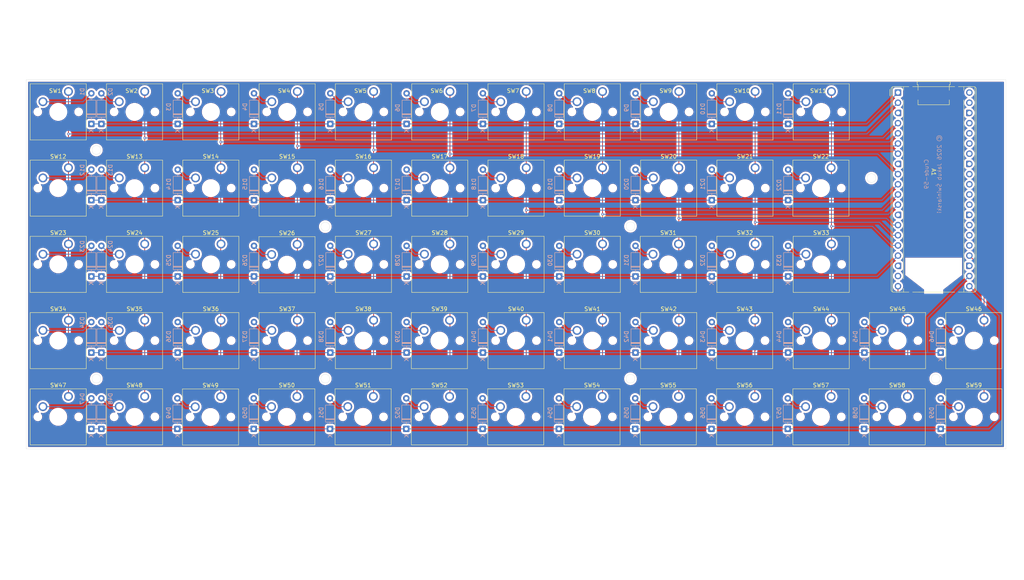
<source format=kicad_pcb>
(kicad_pcb (version 20241229) (generator "pcbnew") (generator_version "9.0")
  (layers (0 "F.Cu" signal) (2 "B.Cu" signal) (13 "F.Paste" user) (15 "B.Paste" user) (5 "F.SilkS" user "F.Silkscreen") (7 "B.SilkS" user "B.Silkscreen") (1 "F.Mask" user) (3 "B.Mask" user) (25 "Edge.Cuts" user))
  (net 0 "")
  (net 2 "ROW3")
  (net 3 "COL4")
  (net 4 "COL12")
  (net 5 "COL2")
  (net 6 "COL7")
  (net 8 "ROW2")
  (net 10 "COL8")
  (net 15 "ROW1")
  (net 16 "ROW4")
  (net 19 "COL0")
  (net 22 "COL3")
  (net 24 "COL11")
  (net 26 "ROW0")
  (net 27 "COL10")
  (net 29 "unconnected-(A1-GPIO14-Pad19)")
  (net 32 "COL9")
  (net 35 "COL6")
  (net 36 "COL1")
  (net 39 "COL5")
  (net 40 "Net-(D1-A)")
  (net 41 "Net-(D2-A)")
  (net 42 "Net-(D3-A)")
  (net 43 "Net-(D4-A)")
  (net 44 "Net-(D5-A)")
  (net 45 "Net-(D6-A)")
  (net 46 "Net-(D7-A)")
  (net 47 "Net-(D8-A)")
  (net 48 "Net-(D9-A)")
  (net 49 "Net-(D10-A)")
  (net 50 "Net-(D11-A)")
  (net 51 "Net-(D12-A)")
  (net 52 "Net-(D13-A)")
  (net 53 "Net-(D14-A)")
  (net 54 "Net-(D15-A)")
  (net 55 "Net-(D16-A)")
  (net 56 "Net-(D17-A)")
  (net 57 "Net-(D18-A)")
  (net 58 "Net-(D19-A)")
  (net 59 "Net-(D20-A)")
  (net 60 "Net-(D21-A)")
  (net 61 "Net-(D22-A)")
  (net 62 "Net-(D23-A)")
  (net 63 "Net-(D24-A)")
  (net 64 "Net-(D25-A)")
  (net 65 "Net-(D26-A)")
  (net 66 "Net-(D27-A)")
  (net 67 "Net-(D28-A)")
  (net 68 "Net-(D29-A)")
  (net 69 "Net-(D30-A)")
  (net 70 "Net-(D31-A)")
  (net 71 "Net-(D32-A)")
  (net 72 "Net-(D33-A)")
  (net 73 "Net-(D34-A)")
  (net 74 "Net-(D35-A)")
  (net 75 "Net-(D36-A)")
  (net 76 "Net-(D37-A)")
  (net 77 "Net-(D38-A)")
  (net 78 "Net-(D39-A)")
  (net 79 "Net-(D40-A)")
  (net 80 "Net-(D41-A)")
  (net 81 "Net-(D42-A)")
  (net 82 "Net-(D43-A)")
  (net 83 "Net-(D44-A)")
  (net 84 "Net-(D45-A)")
  (net 85 "Net-(D46-A)")
  (net 86 "Net-(D47-A)")
  (net 87 "Net-(D48-A)")
  (net 88 "Net-(D49-A)")
  (net 89 "Net-(D50-A)")
  (net 90 "Net-(D51-A)")
  (net 91 "Net-(D52-A)")
  (net 92 "Net-(D53-A)")
  (net 93 "Net-(D54-A)")
  (net 94 "Net-(D55-A)")
  (net 95 "Net-(D56-A)")
  (net 96 "Net-(D57-A)")
  (net 97 "Net-(D58-A)")
  (net 98 "Net-(D59-A)")
  (footprint "Button_Switch_Keyboard:SW_Cherry_MX_1.00u_PCB" (layer "F.Cu") (at 42.04 130.42)
    (property "Reference" "SW47")
    (property "Value" "SW_MX")
  )
  (footprint "Button_Switch_Keyboard:SW_Cherry_MX_1.00u_PCB" (layer "F.Cu") (at 136.96 111.42)
    (property "Reference" "SW39")
    (property "Value" "SW_MX")
  )
  (footprint "Button_Switch_Keyboard:SW_Cherry_MX_1.00u_PCB" (layer "F.Cu") (at 156.04 92.42)
    (property "Reference" "SW29")
    (property "Value" "SW_MX")
  )
  (footprint "Module:RaspberryPi_Pico_Common_THT" (layer "F.Cu") (at 248.61 54.6825)
    (property "Reference" "A1")
    (property "Value" "RaspberryPi_Pico")
  )
  (footprint "Button_Switch_Keyboard:SW_Cherry_MX_1.00u_PCB" (layer "F.Cu") (at 270.04 111.42)
    (property "Reference" "SW46")
    (property "Value" "SW_MX")
  )
  (footprint "Button_Switch_Keyboard:SW_Cherry_MX_1.00u_PCB" (layer "F.Cu") (at 250.96 130.42)
    (property "Reference" "SW58")
    (property "Value" "SW_MX")
  )
  (footprint "Button_Switch_Keyboard:SW_Cherry_MX_1.00u_PCB" (layer "F.Cu") (at 232.04 54.42)
    (property "Reference" "SW11")
    (property "Value" "SW_MX")
  )
  (footprint "Button_Switch_Keyboard:SW_Cherry_MX_1.00u_PCB" (layer "F.Cu") (at 212.96 111.42)
    (property "Reference" "SW43")
    (property "Value" "SW_MX")
  )
  (footprint "Button_Switch_Keyboard:SW_Cherry_MX_1.00u_PCB" (layer "F.Cu") (at 99 92.5)
    (property "Reference" "SW26")
    (property "Value" "SW_MX")
  )
  (footprint "Button_Switch_Keyboard:SW_Cherry_MX_1.00u_PCB" (layer "F.Cu") (at 80.04 92.42)
    (property "Reference" "SW25")
    (property "Value" "SW_MX")
  )
  (footprint "Button_Switch_Keyboard:SW_Cherry_MX_1.00u_PCB" (layer "F.Cu") (at 61.04 92.42)
    (property "Reference" "SW24")
    (property "Value" "SW_MX")
  )
  (footprint "Button_Switch_Keyboard:SW_Cherry_MX_1.00u_PCB" (layer "F.Cu") (at 232.04 92.42)
    (property "Reference" "SW33")
    (property "Value" "SW_MX")
  )
  (footprint "Button_Switch_Keyboard:SW_Cherry_MX_1.00u_PCB" (layer "F.Cu") (at 99.04 111.42)
    (property "Reference" "SW37")
    (property "Value" "SW_MX")
  )
  (footprint "Button_Switch_Keyboard:SW_Cherry_MX_1.00u_PCB" (layer "F.Cu") (at 80.04 73.42)
    (property "Reference" "SW14")
    (property "Value" "SW_MX")
  )
  (footprint "Button_Switch_Keyboard:SW_Cherry_MX_1.00u_PCB" (layer "F.Cu") (at 193.96 92.42)
    (property "Reference" "SW31")
    (property "Value" "SW_MX")
  )
  (footprint "Button_Switch_Keyboard:SW_Cherry_MX_1.00u_PCB" (layer "F.Cu") (at 42.04 111.42)
    (property "Reference" "SW34")
    (property "Value" "SW_MX")
  )
  (footprint "Button_Switch_Keyboard:SW_Cherry_MX_1.00u_PCB" (layer "F.Cu") (at 194.04 111.42)
    (property "Reference" "SW42")
    (property "Value" "SW_MX")
  )
  (footprint "Button_Switch_Keyboard:SW_Cherry_MX_1.00u_PCB" (layer "F.Cu") (at 213.04 92.42)
    (property "Reference" "SW32")
    (property "Value" "SW_MX")
  )
  (footprint "Button_Switch_Keyboard:SW_Cherry_MX_1.00u_PCB" (layer "F.Cu") (at 156.04 111.42)
    (property "Reference" "SW40")
    (property "Value" "SW_MX")
  )
  (footprint "Button_Switch_Keyboard:SW_Cherry_MX_1.00u_PCB" (layer "F.Cu") (at 99.04 54.42)
    (property "Reference" "SW4")
    (property "Value" "SW_MX")
  )
  (footprint "Button_Switch_Keyboard:SW_Cherry_MX_1.00u_PCB" (layer "F.Cu") (at 136.96 130.42)
    (property "Reference" "SW52")
    (property "Value" "SW_MX")
  )
  (footprint "Button_Switch_Keyboard:SW_Cherry_MX_1.00u_PCB" (layer "F.Cu") (at 118.04 92.42)
    (property "Reference" "SW27")
    (property "Value" "SW_MX")
  )
  (footprint "Button_Switch_Keyboard:SW_Cherry_MX_1.00u_PCB" (layer "F.Cu") (at 118.04 111.42)
    (property "Reference" "SW38")
    (property "Value" "SW_MX")
  )
  (footprint "Button_Switch_Keyboard:SW_Cherry_MX_1.00u_PCB" (layer "F.Cu") (at 80.04 111.42)
    (property "Reference" "SW36")
    (property "Value" "SW_MX")
  )
  (footprint "Button_Switch_Keyboard:SW_Cherry_MX_1.00u_PCB" (layer "F.Cu") (at 118.04 73.42)
    (property "Reference" "SW16")
    (property "Value" "SW_MX")
  )
  (footprint "Button_Switch_Keyboard:SW_Cherry_MX_1.00u_PCB" (layer "F.Cu") (at 194.04 73.42)
    (property "Reference" "SW20")
    (property "Value" "SW_MX")
  )
  (footprint "Button_Switch_Keyboard:SW_Cherry_MX_1.00u_PCB" (layer "F.Cu") (at 61.04 130.42)
    (property "Reference" "SW48")
    (property "Value" "SW_MX")
  )
  (footprint "Button_Switch_Keyboard:SW_Cherry_MX_1.00u_PCB" (layer "F.Cu") (at 80.04 54.42)
    (property "Reference" "SW3")
    (property "Value" "SW_MX")
  )
  (footprint "Button_Switch_Keyboard:SW_Cherry_MX_1.00u_PCB" (layer "F.Cu") (at 213.04 54.42)
    (property "Reference" "SW10")
    (property "Value" "SW_MX")
  )
  (footprint "Button_Switch_Keyboard:SW_Cherry_MX_1.00u_PCB" (layer "F.Cu") (at 42.04 73.42)
    (property "Reference" "SW12")
    (property "Value" "SW_MX")
  )
  (footprint "Button_Switch_Keyboard:SW_Cherry_MX_1.00u_PCB" (layer "F.Cu") (at 194.04 54.42)
    (property "Reference" "SW9")
    (property "Value" "SW_MX")
  )
  (footprint "Button_Switch_Keyboard:SW_Cherry_MX_1.00u_PCB" (layer "F.Cu") (at 137.04 92.42)
    (property "Reference" "SW28")
    (property "Value" "SW_MX")
  )
  (footprint "Button_Switch_Keyboard:SW_Cherry_MX_1.00u_PCB" (layer "F.Cu") (at 155.96 130.42)
    (property "Reference" "SW53")
    (property "Value" "SW_MX")
  )
  (footprint "Button_Switch_Keyboard:SW_Cherry_MX_1.00u_PCB" (layer "F.Cu") (at 137.04 73.42)
    (property "Reference" "SW17")
    (property "Value" "SW_MX")
  )
  (footprint "Button_Switch_Keyboard:SW_Cherry_MX_1.00u_PCB" (layer "F.Cu") (at 175.04 54.42)
    (property "Reference" "SW8")
    (property "Value" "SW_MX")
  )
  (footprint "Button_Switch_Keyboard:SW_Cherry_MX_1.00u_PCB" (layer "F.Cu") (at 175.04 73.42)
    (property "Reference" "SW19")
    (property "Value" "SW_MX")
  )
  (footprint "Button_Switch_Keyboard:SW_Cherry_MX_1.00u_PCB" (layer "F.Cu") (at 231.96 73.42)
    (property "Reference" "SW22")
    (property "Value" "SW_MX")
  )
  (footprint "Button_Switch_Keyboard:SW_Cherry_MX_1.00u_PCB" (layer "F.Cu") (at 42.04 92.42)
    (property "Reference" "SW23")
    (property "Value" "SW_MX")
  )
  (footprint "Button_Switch_Keyboard:SW_Cherry_MX_1.00u_PCB" (layer "F.Cu") (at 231.96 130.42)
    (property "Reference" "SW57")
    (property "Value" "SW_MX")
  )
  (footprint "Button_Switch_Keyboard:SW_Cherry_MX_1.00u_PCB" (layer "F.Cu") (at 212.96 130.42)
    (property "Reference" "SW56")
    (property "Value" "SW_MX")
  )
  (footprint "Button_Switch_Keyboard:SW_Cherry_MX_1.00u_PCB" (layer "F.Cu") (at 79.96 130.46)
    (property "Reference" "SW49")
    (property "Value" "SW_MX")
  )
  (footprint "Button_Switch_Keyboard:SW_Cherry_MX_1.00u_PCB" (layer "F.Cu") (at 61.04 73.42)
    (property "Reference" "SW13")
    (property "Value" "SW_MX")
  )
  (footprint "Button_Switch_Keyboard:SW_Cherry_MX_1.00u_PCB" (layer "F.Cu") (at 42.04 54.42)
    (property "Reference" "SW1")
    (property "Value" "SW_MX")
  )
  (footprint "Button_Switch_Keyboard:SW_Cherry_MX_1.00u_PCB" (layer "F.Cu") (at 61.04 54.42)
    (property "Reference" "SW2")
    (property "Value" "SW_MX")
  )
  (footprint "Button_Switch_Keyboard:SW_Cherry_MX_1.00u_PCB" (layer "F.Cu") (at 156.04 54.42)
    (property "Reference" "SW7")
    (property "Value" "SW_MX")
  )
  (footprint "Button_Switch_Keyboard:SW_Cherry_MX_1.00u_PCB" (layer "F.Cu") (at 175.04 111.42)
    (property "Reference" "SW41")
    (property "Value" "SW_MX")
  )
  (footprint "Button_Switch_Keyboard:SW_Cherry_MX_1.00u_PCB" (layer "F.Cu") (at 251.04 111.42)
    (property "Reference" "SW45")
    (property "Value" "SW_MX")
  )
  (footprint "Button_Switch_Keyboard:SW_Cherry_MX_1.00u_PCB" (layer "F.Cu") (at 98.96 130.42)
    (property "Reference" "SW50")
    (property "Value" "SW_MX")
  )
  (footprint "Button_Switch_Keyboard:SW_Cherry_MX_1.00u_PCB" (layer "F.Cu") (at 118.04 54.42)
    (property "Reference" "SW5")
    (property "Value" "SW_MX")
  )
  (footprint "Button_Switch_Keyboard:SW_Cherry_MX_1.00u_PCB" (layer "F.Cu") (at 156.04 73.42)
    (property "Reference" "SW18")
    (property "Value" "SW_MX")
  )
  (footprint "Button_Switch_Keyboard:SW_Cherry_MX_1.00u_PCB" (layer "F.Cu") (at 193.96 130.42)
    (property "Reference" "SW55")
    (property "Value" "SW_MX")
  )
  (footprint "Button_Switch_Keyboard:SW_Cherry_MX_1.00u_PCB" (layer "F.Cu") (at 61.04 111.42)
    (property "Reference" "SW35")
    (property "Value" "SW_MX")
  )
  (footprint "Button_Switch_Keyboard:SW_Cherry_MX_1.00u_PCB" (layer "F.Cu") (at 175.04 92.42)
    (property "Reference" "SW30")
    (property "Value" "SW_MX")
  )
  (footprint "Button_Switch_Keyboard:SW_Cherry_MX_1.00u_PCB" (layer "F.Cu") (at 99.04 73.42)
    (property "Reference" "SW15")
    (property "Value" "SW_MX")
  )
  (footprint "Button_Switch_Keyboard:SW_Cherry_MX_1.00u_PCB" (layer "F.Cu") (at 232.04 111.42)
    (property "Reference" "SW44")
    (property "Value" "SW_MX")
  )
  (footprint "Button_Switch_Keyboard:SW_Cherry_MX_1.00u_PCB" (layer "F.Cu") (at 117.96 130.42)
    (property "Reference" "SW51")
    (property "Value" "SW_MX")
  )
  (footprint "Button_Switch_Keyboard:SW_Cherry_MX_1.00u_PCB" (layer "F.Cu") (at 213.04 73.42)
    (property "Reference" "SW21")
    (property "Value" "SW_MX")
  )
  (footprint "Button_Switch_Keyboard:SW_Cherry_MX_1.00u_PCB" (layer "F.Cu") (at 174.96 130.42)
    (property "Reference" "SW54")
    (property "Value" "SW_MX")
  )
  (footprint "Button_Switch_Keyboard:SW_Cherry_MX_1.00u_PCB" (layer "F.Cu") (at 137.04 54.42)
    (property "Reference" "SW6")
    (property "Value" "SW_MX")
  )
  (footprint "Button_Switch_Keyboard:SW_Cherry_MX_1.00u_PCB" (layer "F.Cu") (at 270.04 130.42)
    (property "Reference" "SW59")
    (property "Value" "SW_MX")
  )
  (footprint "Diode_THT:D_DO-35_SOD27_P7.62mm_Horizontal" (layer "B.Cu") (at 47.75 62.5 90)
    (property "Reference" "D1")
    (property "Value" "D")
  )
  (footprint "Diode_THT:D_DO-35_SOD27_P7.62mm_Horizontal" (layer "B.Cu") (at 107.25 62.5 90)
    (property "Reference" "D5")
    (property "Value" "D")
  )
  (footprint "Diode_THT:D_DO-35_SOD27_P7.62mm_Horizontal" (layer "B.Cu") (at 240.25 119.5 90)
    (property "Reference" "D45")
    (property "Value" "D")
  )
  (footprint "Diode_THT:D_DO-35_SOD27_P7.62mm_Horizontal" (layer "B.Cu") (at 183.25 119.5 90)
    (property "Reference" "D42")
    (property "Value" "D")
  )
  (footprint "Diode_THT:D_DO-35_SOD27_P7.62mm_Horizontal" (layer "B.Cu") (at 259.25 119.5 90)
    (property "Reference" "D46")
    (property "Value" "D")
  )
  (footprint "Diode_THT:D_DO-35_SOD27_P7.62mm_Horizontal" (layer "B.Cu") (at 107.25 100.5 90)
    (property "Reference" "D27")
    (property "Value" "D")
  )
  (footprint "Diode_THT:D_DO-35_SOD27_P7.62mm_Horizontal" (layer "B.Cu") (at 164.25 119.5 90)
    (property "Reference" "D41")
    (property "Value" "D")
  )
  (footprint "Diode_THT:D_DO-35_SOD27_P7.62mm_Horizontal" (layer "B.Cu") (at 164.25 81.5 90)
    (property "Reference" "D19")
    (property "Value" "D")
  )
  (footprint "Diode_THT:D_DO-35_SOD27_P7.62mm_Horizontal" (layer "B.Cu") (at 69.25 62.5 90)
    (property "Reference" "D3")
    (property "Value" "D")
  )
  (footprint "Diode_THT:D_DO-35_SOD27_P7.62mm_Horizontal" (layer "B.Cu") (at 183.25 62.5 90)
    (property "Reference" "D9")
    (property "Value" "D")
  )
  (footprint "Diode_THT:D_DO-35_SOD27_P7.62mm_Horizontal" (layer "B.Cu") (at 126.25 119.5 90)
    (property "Reference" "D39")
    (property "Value" "D")
  )
  (footprint "Diode_THT:D_DO-35_SOD27_P7.62mm_Horizontal" (layer "B.Cu") (at 221.25 62.5 90)
    (property "Reference" "D11")
    (property "Value" "D")
  )
  (footprint "Diode_THT:D_DO-35_SOD27_P7.62mm_Horizontal" (layer "B.Cu") (at 88.25 119.5 90)
    (property "Reference" "D37")
    (property "Value" "D")
  )
  (footprint "Diode_THT:D_DO-35_SOD27_P7.62mm_Horizontal" (layer "B.Cu") (at 47.75 100.5 90)
    (property "Reference" "D23")
    (property "Value" "D")
  )
  (footprint "Diode_THT:D_DO-35_SOD27_P7.62mm_Horizontal" (layer "B.Cu") (at 126.25 62.5 90)
    (property "Reference" "D6")
    (property "Value" "D")
  )
  (footprint "Diode_THT:D_DO-35_SOD27_P7.62mm_Horizontal" (layer "B.Cu") (at 69.25 119.5 90)
    (property "Reference" "D36")
    (property "Value" "D")
  )
  (footprint "Diode_THT:D_DO-35_SOD27_P7.62mm_Horizontal" (layer "B.Cu") (at 107.25 81.5 90)
    (property "Reference" "D16")
    (property "Value" "D")
  )
  (footprint "Diode_THT:D_DO-35_SOD27_P7.62mm_Horizontal" (layer "B.Cu") (at 47.75 138.5 90)
    (property "Reference" "D47")
    (property "Value" "D")
  )
  (footprint "Diode_THT:D_DO-35_SOD27_P7.62mm_Horizontal" (layer "B.Cu") (at 145.25 100.5 90)
    (property "Reference" "D29")
    (property "Value" "D")
  )
  (footprint "Diode_THT:D_DO-35_SOD27_P7.62mm_Horizontal" (layer "B.Cu") (at 221.25 81.5 90)
    (property "Reference" "D22")
    (property "Value" "D")
  )
  (footprint "Diode_THT:D_DO-35_SOD27_P7.62mm_Horizontal" (layer "B.Cu") (at 183.25 81.5 90)
    (property "Reference" "D20")
    (property "Value" "D")
  )
  (footprint "Diode_THT:D_DO-35_SOD27_P7.62mm_Horizontal" (layer "B.Cu") (at 47.75 81.5 90)
    (property "Reference" "D12")
    (property "Value" "D")
  )
  (footprint "Diode_THT:D_DO-35_SOD27_P7.62mm_Horizontal" (layer "B.Cu") (at 50.25 100.5 90)
    (property "Reference" "D24")
    (property "Value" "D")
  )
  (footprint "Diode_THT:D_DO-35_SOD27_P7.62mm_Horizontal" (layer "B.Cu") (at 145.25 62.5 90)
    (property "Reference" "D7")
    (property "Value" "D")
  )
  (footprint "Diode_THT:D_DO-35_SOD27_P7.62mm_Horizontal" (layer "B.Cu") (at 145.25 81.5 90)
    (property "Reference" "D18")
    (property "Value" "D")
  )
  (footprint "Diode_THT:D_DO-35_SOD27_P7.62mm_Horizontal" (layer "B.Cu") (at 88.25 100.5 90)
    (property "Reference" "D26")
    (property "Value" "D")
  )
  (footprint "Diode_THT:D_DO-35_SOD27_P7.62mm_Horizontal" (layer "B.Cu") (at 164.17 138.5 90)
    (property "Reference" "D54")
    (property "Value" "D")
  )
  (footprint "Diode_THT:D_DO-35_SOD27_P7.62mm_Horizontal" (layer "B.Cu") (at 259.25 138.5 90)
    (property "Reference" "D59")
    (property "Value" "D")
  )
  (footprint "Diode_THT:D_DO-35_SOD27_P7.62mm_Horizontal" (layer "B.Cu") (at 183.25 100.5 90)
    (property "Reference" "D31")
    (property "Value" "D")
  )
  (footprint "Diode_THT:D_DO-35_SOD27_P7.62mm_Horizontal" (layer "B.Cu") (at 164.25 62.5 90)
    (property "Reference" "D8")
    (property "Value" "D")
  )
  (footprint "Diode_THT:D_DO-35_SOD27_P7.62mm_Horizontal" (layer "B.Cu") (at 126.25 100.5 90)
    (property "Reference" "D28")
    (property "Value" "D")
  )
  (footprint "Diode_THT:D_DO-35_SOD27_P7.62mm_Horizontal" (layer "B.Cu") (at 50.25 138.5 90)
    (property "Reference" "D48")
    (property "Value" "D")
  )
  (footprint "Diode_THT:D_DO-35_SOD27_P7.62mm_Horizontal" (layer "B.Cu") (at 126.25 81.5 90)
    (property "Reference" "D17")
    (property "Value" "D")
  )
  (footprint "Diode_THT:D_DO-35_SOD27_P7.62mm_Horizontal" (layer "B.Cu") (at 202.25 119.5 90)
    (property "Reference" "D43")
    (property "Value" "D")
  )
  (footprint "Diode_THT:D_DO-35_SOD27_P7.62mm_Horizontal" (layer "B.Cu") (at 50.25 62.5 90)
    (property "Reference" "D2")
    (property "Value" "D")
  )
  (footprint "Diode_THT:D_DO-35_SOD27_P7.62mm_Horizontal" (layer "B.Cu") (at 88.25 81.5 90)
    (property "Reference" "D15")
    (property "Value" "D")
  )
  (footprint "Diode_THT:D_DO-35_SOD27_P7.62mm_Horizontal" (layer "B.Cu") (at 47.75 119.5 90)
    (property "Reference" "D34")
    (property "Value" "D")
  )
  (footprint "Diode_THT:D_DO-35_SOD27_P7.62mm_Horizontal" (layer "B.Cu") (at 50.25 119.5 90)
    (property "Reference" "D35")
    (property "Value" "D")
  )
  (footprint "Diode_THT:D_DO-35_SOD27_P7.62mm_Horizontal" (layer "B.Cu") (at 183.17 138.5 90)
    (property "Reference" "D55")
    (property "Value" "D")
  )
  (footprint "Diode_THT:D_DO-35_SOD27_P7.62mm_Horizontal" (layer "B.Cu") (at 240.17 138.5 90)
    (property "Reference" "D58")
    (property "Value" "D")
  )
  (footprint "Diode_THT:D_DO-35_SOD27_P7.62mm_Horizontal" (layer "B.Cu") (at 202.25 100.5 90)
    (property "Reference" "D32")
    (property "Value" "D")
  )
  (footprint "Diode_THT:D_DO-35_SOD27_P7.62mm_Horizontal" (layer "B.Cu") (at 145.25 119.5 90)
    (property "Reference" "D40")
    (property "Value" "D")
  )
  (footprint "Diode_THT:D_DO-35_SOD27_P7.62mm_Horizontal" (layer "B.Cu") (at 126.17 138.5 90)
    (property "Reference" "D52")
    (property "Value" "D")
  )
  (footprint "Diode_THT:D_DO-35_SOD27_P7.62mm_Horizontal" (layer "B.Cu") (at 221.17 138.5 90)
    (property "Reference" "D57")
    (property "Value" "D")
  )
  (footprint "Diode_THT:D_DO-35_SOD27_P7.62mm_Horizontal" (layer "B.Cu") (at 107.17 138.5 90)
    (property "Reference" "D51")
    (property "Value" "D")
  )
  (footprint "Diode_THT:D_DO-35_SOD27_P7.62mm_Horizontal" (layer "B.Cu") (at 164.25 100.5 90)
    (property "Reference" "D30")
    (property "Value" "D")
  )
  (footprint "Diode_THT:D_DO-35_SOD27_P7.62mm_Horizontal" (layer "B.Cu") (at 69.25 100.5 90)
    (property "Reference" "D25")
    (property "Value" "D")
  )
  (footprint "Diode_THT:D_DO-35_SOD27_P7.62mm_Horizontal" (layer "B.Cu") (at 202.25 62.5 90)
    (property "Reference" "D10")
    (property "Value" "D")
  )
  (footprint "Diode_THT:D_DO-35_SOD27_P7.62mm_Horizontal" (layer "B.Cu") (at 221.25 119.5 90)
    (property "Reference" "D44")
    (property "Value" "D")
  )
  (footprint "Diode_THT:D_DO-35_SOD27_P7.62mm_Horizontal" (layer "B.Cu") (at 69.25 81.5 90)
    (property "Reference" "D14")
    (property "Value" "D")
  )
  (footprint "Diode_THT:D_DO-35_SOD27_P7.62mm_Horizontal" (layer "B.Cu") (at 145.17 138.5 90)
    (property "Reference" "D53")
    (property "Value" "D")
  )
  (footprint "Diode_THT:D_DO-35_SOD27_P7.62mm_Horizontal" (layer "B.Cu") (at 221.25 100.5 90)
    (property "Reference" "D33")
    (property "Value" "D")
  )
  (footprint "Diode_THT:D_DO-35_SOD27_P7.62mm_Horizontal" (layer "B.Cu") (at 88.17 138.5 90)
    (property "Reference" "D50")
    (property "Value" "D")
  )
  (footprint "Diode_THT:D_DO-35_SOD27_P7.62mm_Horizontal" (layer "B.Cu") (at 50.25 81.5 90)
    (property "Reference" "D13")
    (property "Value" "D")
  )
  (footprint "Diode_THT:D_DO-35_SOD27_P7.62mm_Horizontal" (layer "B.Cu") (at 69.17 138.5 90)
    (property "Reference" "D49")
    (property "Value" "D")
  )
  (footprint "Diode_THT:D_DO-35_SOD27_P7.62mm_Horizontal" (layer "B.Cu") (at 202.17 138.5 90)
    (property "Reference" "D56")
    (property "Value" "D")
  )
  (footprint "Diode_THT:D_DO-35_SOD27_P7.62mm_Horizontal" (layer "B.Cu") (at 88.25 62.5 90)
    (property "Reference" "D4")
    (property "Value" "D")
  )
  (footprint "Diode_THT:D_DO-35_SOD27_P7.62mm_Horizontal" (layer "B.Cu") (at 107.25 119.5 90)
    (property "Reference" "D38")
    (property "Value" "D")
  )
  (footprint "Diode_THT:D_DO-35_SOD27_P7.62mm_Horizontal" (layer "B.Cu") (at 202.25 81.5 90)
    (property "Reference" "D21")
    (property "Value" "D")
  )
  (gr_line (start 31.5 51.5) (end 275.5 51.5) (stroke (width 0.05)) (layer "Edge.Cuts"))
  (gr_circle (center 106 88.1) (end 106 87) (stroke (width 0.05)) (fill no) (layer "Edge.Cuts"))
  (gr_circle (center 49 69) (end 49 67.9) (stroke (width 0.05)) (fill no) (layer "Edge.Cuts"))
  (gr_circle (center 182 88) (end 182 86.9) (stroke (width 0.05)) (fill no) (layer "Edge.Cuts"))
  (gr_circle (center 106 126) (end 106 124.9) (stroke (width 0.05)) (fill no) (layer "Edge.Cuts"))
  (gr_line (start 31.5 51.5) (end 31.5 143.5) (stroke (width 0.05)) (layer "Edge.Cuts"))
  (gr_circle (center 182 126) (end 182 124.9) (stroke (width 0.05)) (fill no) (layer "Edge.Cuts"))
  (gr_circle (center 49 126) (end 49 124.9) (stroke (width 0.05)) (fill no) (layer "Edge.Cuts"))
  (gr_circle (center 258 126) (end 258 124.9) (stroke (width 0.05)) (fill no) (layer "Edge.Cuts"))
  (gr_circle (center 242 76) (end 242 74.9) (stroke (width 0.05)) (fill no) (layer "Edge.Cuts"))
  (gr_line (start 275.5 143.5) (end 275.5 51.5) (stroke (width 0.05)) (layer "Edge.Cuts"))
  (gr_line (start 31.5 143.5) (end 275.5 143.5) (stroke (width 0.05)) (layer "Edge.Cuts"))
  (gr_text "Crude-59\n\n© 2026 Jakub Świniarski" (at 259.5 75 90) (layer "B.SilkS") (effects (font (size 1 1) (thickness 0.1)) (justify bottom mirror)))
  (segment (start 244.6525 81.5) (end 47.75 81.5) (width 0.2) (layer "B.Cu") (net 2))
  (segment (start 244.6525 81.5) (end 248.61 77.5425) (width 0.2) (layer "B.Cu") (net 2))
  (segment (start 118.04 69) (end 118.04 130.34) (width 0.2) (layer "F.Cu") (net 3))
  (segment (start 118.04 130.34) (end 117.96 130.42) (width 0.2) (layer "F.Cu") (net 3))
  (segment (start 118.04 54.42) (end 118.04 69) (width 0.2) (layer "F.Cu") (net 3))
  (via (at 118.04 69) (size 0.6) (drill 0.3) (layers "F.Cu" "B.Cu") (net 3))
  (segment (start 247.6875 69) (end 118.04 69) (width 0.2) (layer "B.Cu") (net 3))
  (segment (start 248.61 69.9225) (end 247.6875 69) (width 0.2) (layer "B.Cu") (net 3))
  (segment (start 270.04 111.42) (end 270.04 130.42) (width 0.2) (layer "F.Cu") (net 4))
  (segment (start 270.04 98.9725) (end 270.04 111.42) (width 0.2) (layer "F.Cu") (net 4))
  (segment (start 266.39 95.3225) (end 270.04 98.9725) (width 0.2) (layer "F.Cu") (net 4))
  (segment (start 79.96 67) (end 79.96 54.5) (width 0.2) (layer "F.Cu") (net 5))
  (segment (start 79.96 130.46) (end 79.96 67) (width 0.2) (layer "F.Cu") (net 5))
  (segment (start 79.96 54.5) (end 80.04 54.42) (width 0.2) (layer "F.Cu") (net 5))
  (via (at 79.96 67) (size 0.6) (drill 0.3) (layers "F.Cu" "B.Cu") (net 5))
  (segment (start 246.4525 67) (end 79.96 67) (width 0.2) (layer "B.Cu") (net 5))
  (segment (start 248.61 64.8425) (end 246.4525 67) (width 0.2) (layer "B.Cu") (net 5))
  (segment (start 175.04 54.42) (end 175.04 85) (width 0.2) (layer "F.Cu") (net 6))
  (segment (start 175.04 130.34) (end 174.96 130.42) (width 0.2) (layer "F.Cu") (net 6))
  (segment (start 175.04 85) (end 175.04 130.34) (width 0.2) (layer "F.Cu") (net 6))
  (via (at 175.04 85) (size 0.6) (drill 0.3) (layers "F.Cu" "B.Cu") (net 6))
  (segment (start 248.61 82.6225) (end 246.2325 85) (width 0.2) (layer "B.Cu") (net 6))
  (segment (start 246.2325 85) (end 175.04 85) (width 0.2) (layer "B.Cu") (net 6))
  (segment (start 243.4325 100.5) (end 47.75 100.5) (width 0.2) (layer "B.Cu") (net 8))
  (segment (start 248.61 95.3225) (end 243.4325 100.5) (width 0.2) (layer "B.Cu") (net 8))
  (segment (start 194.04 54.42) (end 194.04 86) (width 0.2) (layer "F.Cu") (net 10))
  (segment (start 194.04 130.34) (end 193.96 130.42) (width 0.2) (layer "F.Cu") (net 10))
  (segment (start 194.04 86) (end 194.04 130.34) (width 0.2) (layer "F.Cu") (net 10))
  (via (at 194.04 86) (size 0.6) (drill 0.3) (layers "F.Cu" "B.Cu") (net 10))
  (segment (start 248.61 87.7025) (end 247.4525 87.7025) (width 0.2) (layer "B.Cu") (net 10))
  (segment (start 247.4525 87.7025) (end 245.75 86) (width 0.2) (layer "B.Cu") (net 10))
  (segment (start 245.75 86) (end 194.04 86) (width 0.2) (layer "B.Cu") (net 10))
  (segment (start 47.75 119.5) (end 256 119.5) (width 0.2) (layer "B.Cu") (net 15))
  (segment (start 256 110.7925) (end 266.39 100.4025) (width 0.2) (layer "B.Cu") (net 15))
  (segment (start 256 119.5) (end 259.25 119.5) (width 0.2) (layer "B.Cu") (net 15))
  (segment (start 256 119.5) (end 256 110.7925) (width 0.2) (layer "B.Cu") (net 15))
  (segment (start 248.61 54.6825) (end 240.7925 62.5) (width 0.2) (layer "B.Cu") (net 16))
  (segment (start 240.7925 62.5) (end 47.75 62.5) (width 0.2) (layer "B.Cu") (net 16))
  (segment (start 42.04 65) (end 42.04 130.42) (width 0.2) (layer "F.Cu") (net 19))
  (segment (start 42.04 54.42) (end 42.04 65) (width 0.2) (layer "F.Cu") (net 19))
  (via (at 42.04 65) (size 0.6) (drill 0.3) (layers "F.Cu" "B.Cu") (net 19))
  (segment (start 240.8325 65) (end 42.04 65) (width 0.2) (layer "B.Cu") (net 19))
  (segment (start 248.61 57.2225) (end 240.8325 65) (width 0.2) (layer "B.Cu") (net 19))
  (segment (start 99.04 100.04) (end 98.96 100.12) (width 0.2) (layer "F.Cu") (net 22))
  (segment (start 98.96 100.12) (end 98.96 130.42) (width 0.2) (layer "F.Cu") (net 22))
  (segment (start 99.04 54.42) (end 99.04 68) (width 0.2) (layer "F.Cu") (net 22))
  (segment (start 99.04 68) (end 99.04 100.04) (width 0.2) (layer "F.Cu") (net 22))
  (via (at 99.04 68) (size 0.6) (drill 0.3) (layers "F.Cu" "B.Cu") (net 22))
  (segment (start 248.61 67.3825) (end 247.9925 68) (width 0.2) (layer "B.Cu") (net 22))
  (segment (start 247.9925 68) (end 99.04 68) (width 0.2) (layer "B.Cu") (net 22))
  (segment (start 251.04 111.42) (end 251.04 130.34) (width 0.2) (layer "F.Cu") (net 24))
  (segment (start 251.04 130.34) (end 250.96 130.42) (width 0.2) (layer "F.Cu") (net 24))
  (segment (start 248.61 108.99) (end 251.04 111.42) (width 0.2) (layer "F.Cu") (net 24))
  (segment (start 248.61 102.9425) (end 248.61 108.99) (width 0.2) (layer "F.Cu") (net 24))
  (segment (start 273.781 135.99747) (end 271.27847 138.5) (width 0.2) (layer "B.Cu") (net 26))
  (segment (start 273.781 110.3335) (end 273.781 135.99747) (width 0.2) (layer "B.Cu") (net 26))
  (segment (start 271.27847 138.5) (end 47.75 138.5) (width 0.2) (layer "B.Cu") (net 26))
  (segment (start 266.39 102.9425) (end 273.781 110.3335) (width 0.2) (layer "B.Cu") (net 26))
  (segment (start 232.04 54.42) (end 232.04 88) (width 0.2) (layer "F.Cu") (net 27))
  (segment (start 232.04 130.34) (end 231.96 130.42) (width 0.2) (layer "F.Cu") (net 27))
  (segment (start 232.04 88) (end 232.04 130.34) (width 0.2) (layer "F.Cu") (net 27))
  (via (at 232.04 88) (size 0.6) (drill 0.3) (layers "F.Cu" "B.Cu") (net 27))
  (segment (start 247.0325 92.7825) (end 242.25 88) (width 0.2) (layer "B.Cu") (net 27))
  (segment (start 248.61 92.7825) (end 247.0325 92.7825) (width 0.2) (layer "B.Cu") (net 27))
  (segment (start 242.25 88) (end 232.04 88) (width 0.2) (layer "B.Cu") (net 27))
  (segment (start 248.36 100.5) (end 248.5 100.36) (width 0.2) (layer "B.Cu") (net 29))
  (segment (start 212.96 119.04) (end 212.96 130.42) (width 0.2) (layer "F.Cu") (net 32))
  (segment (start 213.04 118.96) (end 212.96 119.04) (width 0.2) (layer "F.Cu") (net 32))
  (segment (start 213.04 87) (end 213.04 118.96) (width 0.2) (layer "F.Cu") (net 32))
  (segment (start 213.04 54.42) (end 213.04 87) (width 0.2) (layer "F.Cu") (net 32))
  (via (at 213.04 87) (size 0.6) (drill 0.3) (layers "F.Cu" "B.Cu") (net 32))
  (segment (start 247.2425 90.2425) (end 244 87) (width 0.2) (layer "B.Cu") (net 32))
  (segment (start 248.61 90.2425) (end 247.2425 90.2425) (width 0.2) (layer "B.Cu") (net 32))
  (segment (start 244 87) (end 213.04 87) (width 0.2) (layer "B.Cu") (net 32))
  (segment (start 156.04 130.34) (end 155.96 130.42) (width 0.2) (layer "F.Cu") (net 35))
  (segment (start 156.04 54.42) (end 156.04 84) (width 0.2) (layer "F.Cu") (net 35))
  (segment (start 156.04 84) (end 156.04 130.34) (width 0.2) (layer "F.Cu") (net 35))
  (via (at 156.04 84) (size 0.6) (drill 0.3) (layers "F.Cu" "B.Cu") (net 35))
  (segment (start 244.6925 84) (end 156.04 84) (width 0.2) (layer "B.Cu") (net 35))
  (segment (start 248.61 80.0825) (end 244.6925 84) (width 0.2) (layer "B.Cu") (net 35))
  (segment (start 61.04 54.42) (end 61.04 66) (width 0.2) (layer "F.Cu") (net 36))
  (segment (start 61.04 66) (end 61.04 130.42) (width 0.2) (layer "F.Cu") (net 36))
  (via (at 61.04 66) (size 0.6) (drill 0.3) (layers "F.Cu" "B.Cu") (net 36))
  (segment (start 248.61 62.3025) (end 244.9125 66) (width 0.2) (layer "B.Cu") (net 36))
  (segment (start 244.9125 66) (end 61.04 66) (width 0.2) (layer "B.Cu") (net 36))
  (segment (start 137.04 70) (end 137.04 130.34) (width 0.2) (layer "F.Cu") (net 39))
  (segment (start 137.04 130.34) (end 136.96 130.42) (width 0.2) (layer "F.Cu") (net 39))
  (segment (start 137.04 54.42) (end 137.04 70) (width 0.2) (layer "F.Cu") (net 39))
  (via (at 137.04 70) (size 0.6) (drill 0.3) (layers "F.Cu" "B.Cu") (net 39))
  (segment (start 243.6075 70) (end 137.04 70) (width 0.2) (layer "B.Cu") (net 39))
  (segment (start 248.61 75.0025) (end 243.6075 70) (width 0.2) (layer "B.Cu") (net 39))
  (segment (start 35.69 56.96) (end 45.67 56.96) (width 0.2) (layer "B.Cu") (net 40))
  (segment (start 45.67 56.96) (end 47.75 54.88) (width 0.2) (layer "B.Cu") (net 40))
  (segment (start 54.69 56.96) (end 52.33 56.96) (width 0.2) (layer "B.Cu") (net 41))
  (segment (start 52.33 56.96) (end 50.25 54.88) (width 0.2) (layer "B.Cu") (net 41))
  (segment (start 73.69 56.96) (end 71.33 56.96) (width 0.2) (layer "B.Cu") (net 42))
  (segment (start 71.33 56.96) (end 69.25 54.88) (width 0.2) (layer "B.Cu") (net 42))
  (segment (start 90.33 56.96) (end 88.25 54.88) (width 0.2) (layer "B.Cu") (net 43))
  (segment (start 92.69 56.96) (end 90.33 56.96) (width 0.2) (layer "B.Cu") (net 43))
  (segment (start 109.33 56.96) (end 107.25 54.88) (width 0.2) (layer "B.Cu") (net 44))
  (segment (start 111.69 56.96) (end 109.33 56.96) (width 0.2) (layer "B.Cu") (net 44))
  (segment (start 128.33 56.96) (end 126.25 54.88) (width 0.2) (layer "B.Cu") (net 45))
  (segment (start 130.69 56.96) (end 128.33 56.96) (width 0.2) (layer "B.Cu") (net 45))
  (segment (start 149.69 56.96) (end 147.33 56.96) (width 0.2) (layer "B.Cu") (net 46))
  (segment (start 147.33 56.96) (end 145.25 54.88) (width 0.2) (layer "B.Cu") (net 46))
  (segment (start 166.33 56.96) (end 164.25 54.88) (width 0.2) (layer "B.Cu") (net 47))
  (segment (start 168.69 56.96) (end 166.33 56.96) (width 0.2) (layer "B.Cu") (net 47))
  (segment (start 187.69 56.96) (end 185.33 56.96) (width 0.2) (layer "B.Cu") (net 48))
  (segment (start 185.33 56.96) (end 183.25 54.88) (width 0.2) (layer "B.Cu") (net 48))
  (segment (start 206.69 56.96) (end 204.33 56.96) (width 0.2) (layer "B.Cu") (net 49))
  (segment (start 204.33 56.96) (end 202.25 54.88) (width 0.2) (layer "B.Cu") (net 49))
  (segment (start 223.33 56.96) (end 221.25 54.88) (width 0.2) (layer "B.Cu") (net 50))
  (segment (start 225.69 56.96) (end 223.33 56.96) (width 0.2) (layer "B.Cu") (net 50))
  (segment (start 45.67 75.96) (end 47.75 73.88) (width 0.2) (layer "B.Cu") (net 51))
  (segment (start 35.69 75.96) (end 45.67 75.96) (width 0.2) (layer "B.Cu") (net 51))
  (segment (start 54.69 75.96) (end 52.33 75.96) (width 0.2) (layer "B.Cu") (net 52))
  (segment (start 52.33 75.96) (end 50.25 73.88) (width 0.2) (layer "B.Cu") (net 52))
  (segment (start 73.69 75.96) (end 71.33 75.96) (width 0.2) (layer "B.Cu") (net 53))
  (segment (start 71.33 75.96) (end 69.25 73.88) (width 0.2) (layer "B.Cu") (net 53))
  (segment (start 90.33 75.96) (end 88.25 73.88) (width 0.2) (layer "B.Cu") (net 54))
  (segment (start 92.69 75.96) (end 90.33 75.96) (width 0.2) (layer "B.Cu") (net 54))
  (segment (start 111.69 75.96) (end 109.33 75.96) (width 0.2) (layer "B.Cu") (net 55))
  (segment (start 109.33 75.96) (end 107.25 73.88) (width 0.2) (layer "B.Cu") (net 55))
  (segment (start 128.33 75.96) (end 126.25 73.88) (width 0.2) (layer "B.Cu") (net 56))
  (segment (start 130.69 75.96) (end 128.33 75.96) (width 0.2) (layer "B.Cu") (net 56))
  (segment (start 147.33 75.96) (end 145.25 73.88) (width 0.2) (layer "B.Cu") (net 57))
  (segment (start 149.69 75.96) (end 147.33 75.96) (width 0.2) (layer "B.Cu") (net 57))
  (segment (start 168.69 75.96) (end 166.33 75.96) (width 0.2) (layer "B.Cu") (net 58))
  (segment (start 166.33 75.96) (end 164.25 73.88) (width 0.2) (layer "B.Cu") (net 58))
  (segment (start 185.33 75.96) (end 183.25 73.88) (width 0.2) (layer "B.Cu") (net 59))
  (segment (start 187.69 75.96) (end 185.33 75.96) (width 0.2) (layer "B.Cu") (net 59))
  (segment (start 204.33 75.96) (end 202.25 73.88) (width 0.2) (layer "B.Cu") (net 60))
  (segment (start 206.69 75.96) (end 204.33 75.96) (width 0.2) (layer "B.Cu") (net 60))
  (segment (start 225.61 75.96) (end 223.33 75.96) (width 0.2) (layer "B.Cu") (net 61))
  (segment (start 223.33 75.96) (end 221.25 73.88) (width 0.2) (layer "B.Cu") (net 61))
  (segment (start 45.67 94.96) (end 47.75 92.88) (width 0.2) (layer "B.Cu") (net 62))
  (segment (start 35.69 94.96) (end 45.67 94.96) (width 0.2) (layer "B.Cu") (net 62))
  (segment (start 54.69 94.96) (end 52.33 94.96) (width 0.2) (layer "B.Cu") (net 63))
  (segment (start 52.33 94.96) (end 50.25 92.88) (width 0.2) (layer "B.Cu") (net 63))
  (segment (start 71.33 94.96) (end 69.25 92.88) (width 0.2) (layer "B.Cu") (net 64))
  (segment (start 73.69 94.96) (end 71.33 94.96) (width 0.2) (layer "B.Cu") (net 64))
  (segment (start 92.65 95.04) (end 90.41 95.04) (width 0.2) (layer "B.Cu") (net 65))
  (segment (start 90.41 95.04) (end 88.25 92.88) (width 0.2) (layer "B.Cu") (net 65))
  (segment (start 111.69 94.96) (end 109.33 94.96) (width 0.2) (layer "B.Cu") (net 66))
  (segment (start 109.33 94.96) (end 107.25 92.88) (width 0.2) (layer "B.Cu") (net 66))
  (segment (start 128.33 94.96) (end 126.25 92.88) (width 0.2) (layer "B.Cu") (net 67))
  (segment (start 130.69 94.96) (end 128.33 94.96) (width 0.2) (layer "B.Cu") (net 67))
  (segment (start 147.33 94.96) (end 145.25 92.88) (width 0.2) (layer "B.Cu") (net 68))
  (segment (start 149.69 94.96) (end 147.33 94.96) (width 0.2) (layer "B.Cu") (net 68))
  (segment (start 168.69 94.96) (end 166.33 94.96) (width 0.2) (layer "B.Cu") (net 69))
  (segment (start 166.33 94.96) (end 164.25 92.88) (width 0.2) (layer "B.Cu") (net 69))
  (segment (start 185.33 94.96) (end 183.25 92.88) (width 0.2) (layer "B.Cu") (net 70))
  (segment (start 187.61 94.96) (end 185.33 94.96) (width 0.2) (layer "B.Cu") (net 70))
  (segment (start 206.69 94.96) (end 204.33 94.96) (width 0.2) (layer "B.Cu") (net 71))
  (segment (start 204.33 94.96) (end 202.25 92.88) (width 0.2) (layer "B.Cu") (net 71))
  (segment (start 223.33 94.96) (end 221.25 92.88) (width 0.2) (layer "B.Cu") (net 72))
  (segment (start 225.69 94.96) (end 223.33 94.96) (width 0.2) (layer "B.Cu") (net 72))
  (segment (start 45.67 113.96) (end 47.75 111.88) (width 0.2) (layer "B.Cu") (net 73))
  (segment (start 35.69 113.96) (end 45.67 113.96) (width 0.2) (layer "B.Cu") (net 73))
  (segment (start 52.33 113.96) (end 50.25 111.88) (width 0.2) (layer "B.Cu") (net 74))
  (segment (start 54.69 113.96) (end 52.33 113.96) (width 0.2) (layer "B.Cu") (net 74))
  (segment (start 73.69 113.96) (end 71.33 113.96) (width 0.2) (layer "B.Cu") (net 75))
  (segment (start 71.33 113.96) (end 69.25 111.88) (width 0.2) (layer "B.Cu") (net 75))
  (segment (start 90.33 113.96) (end 88.25 111.88) (width 0.2) (layer "B.Cu") (net 76))
  (segment (start 92.69 113.96) (end 90.33 113.96) (width 0.2) (layer "B.Cu") (net 76))
  (segment (start 109.33 113.96) (end 107.25 111.88) (width 0.2) (layer "B.Cu") (net 77))
  (segment (start 111.69 113.96) (end 109.33 113.96) (width 0.2) (layer "B.Cu") (net 77))
  (segment (start 130.61 113.96) (end 128.33 113.96) (width 0.2) (layer "B.Cu") (net 78))
  (segment (start 128.33 113.96) (end 126.25 111.88) (width 0.2) (layer "B.Cu") (net 78))
  (segment (start 147.33 113.96) (end 145.25 111.88) (width 0.2) (layer "B.Cu") (net 79))
  (segment (start 149.69 113.96) (end 147.33 113.96) (width 0.2) (layer "B.Cu") (net 79))
  (segment (start 168.69 113.96) (end 166.33 113.96) (width 0.2) (layer "B.Cu") (net 80))
  (segment (start 166.33 113.96) (end 164.25 111.88) (width 0.2) (layer "B.Cu") (net 80))
  (segment (start 187.69 113.96) (end 185.33 113.96) (width 0.2) (layer "B.Cu") (net 81))
  (segment (start 185.33 113.96) (end 183.25 111.88) (width 0.2) (layer "B.Cu") (net 81))
  (segment (start 206.61 113.96) (end 204.33 113.96) (width 0.2) (layer "B.Cu") (net 82))
  (segment (start 204.33 113.96) (end 202.25 111.88) (width 0.2) (layer "B.Cu") (net 82))
  (segment (start 223.33 113.96) (end 221.25 111.88) (width 0.2) (layer "B.Cu") (net 83))
  (segment (start 225.69 113.96) (end 223.33 113.96) (width 0.2) (layer "B.Cu") (net 83))
  (segment (start 242.33 113.96) (end 240.25 111.88) (width 0.2) (layer "B.Cu") (net 84))
  (segment (start 244.69 113.96) (end 242.33 113.96) (width 0.2) (layer "B.Cu") (net 84))
  (segment (start 261.33 113.96) (end 259.25 111.88) (width 0.2) (layer "B.Cu") (net 85))
  (segment (start 263.69 113.96) (end 261.33 113.96) (width 0.2) (layer "B.Cu") (net 85))
  (segment (start 45.67 132.96) (end 47.75 130.88) (width 0.2) (layer "B.Cu") (net 86))
  (segment (start 35.69 132.96) (end 45.67 132.96) (width 0.2) (layer "B.Cu") (net 86))
  (segment (start 52.33 132.96) (end 50.25 130.88) (width 0.2) (layer "B.Cu") (net 87))
  (segment (start 54.69 132.96) (end 52.33 132.96) (width 0.2) (layer "B.Cu") (net 87))
  (segment (start 71.29 133) (end 69.17 130.88) (width 0.2) (layer "B.Cu") (net 88))
  (segment (start 73.61 133) (end 71.29 133) (width 0.2) (layer "B.Cu") (net 88))
  (segment (start 92.61 132.96) (end 90.25 132.96) (width 0.2) (layer "B.Cu") (net 89))
  (segment (start 90.25 132.96) (end 88.17 130.88) (width 0.2) (layer "B.Cu") (net 89))
  (segment (start 111.61 132.96) (end 109.25 132.96) (width 0.2) (layer "B.Cu") (net 90))
  (segment (start 109.25 132.96) (end 107.17 130.88) (width 0.2) (layer "B.Cu") (net 90))
  (segment (start 130.61 132.96) (end 128.25 132.96) (width 0.2) (layer "B.Cu") (net 91))
  (segment (start 128.25 132.96) (end 126.17 130.88) (width 0.2) (layer "B.Cu") (net 91))
  (segment (start 147.25 132.96) (end 145.17 130.88) (width 0.2) (layer "B.Cu") (net 92))
  (segment (start 149.61 132.96) (end 147.25 132.96) (width 0.2) (layer "B.Cu") (net 92))
  (segment (start 166.25 132.96) (end 164.17 130.88) (width 0.2) (layer "B.Cu") (net 93))
  (segment (start 168.61 132.96) (end 166.25 132.96) (width 0.2) (layer "B.Cu") (net 93))
  (segment (start 187.61 132.96) (end 185.25 132.96) (width 0.2) (layer "B.Cu") (net 94))
  (segment (start 185.25 132.96) (end 183.17 130.88) (width 0.2) (layer "B.Cu") (net 94))
  (segment (start 206.61 132.96) (end 204.25 132.96) (width 0.2) (layer "B.Cu") (net 95))
  (segment (start 204.25 132.96) (end 202.17 130.88) (width 0.2) (layer "B.Cu") (net 95))
  (segment (start 225.61 132.96) (end 223.25 132.96) (width 0.2) (layer "B.Cu") (net 96))
  (segment (start 223.25 132.96) (end 221.17 130.88) (width 0.2) (layer "B.Cu") (net 96))
  (segment (start 242.25 132.96) (end 240.17 130.88) (width 0.2) (layer "B.Cu") (net 97))
  (segment (start 244.61 132.96) (end 242.25 132.96) (width 0.2) (layer "B.Cu") (net 97))
  (segment (start 261.33 132.96) (end 259.25 130.88) (width 0.2) (layer "B.Cu") (net 98))
  (segment (start 263.69 132.96) (end 261.33 132.96) (width 0.2) (layer "B.Cu") (net 98))
  (zone (net 0) (net_name "") (layers "F.Cu" "B.Cu") (connect_pads (clearance 0.5)) (min_thickness 0.25) (fill yes (thermal_gap 0.5) (thermal_bridge_width 0.5) (island_removal_mode 1) (island_area_min 10))
    (polygon (pts (xy 25 47.5) (xy 25 147.5) (xy 280 147.5) (xy 280 47.5)))
  )
)
</source>
